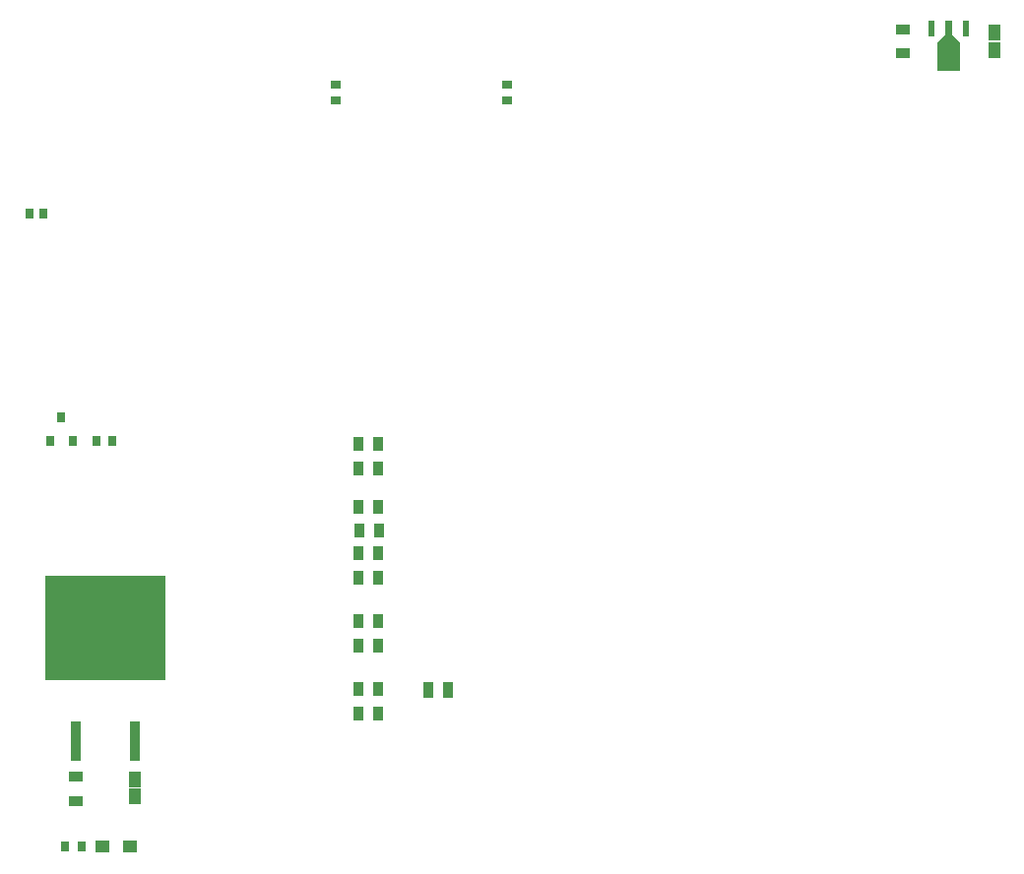
<source format=gbr>
%TF.GenerationSoftware,Altium Limited,Altium Designer,23.5.1 (21)*%
G04 Layer_Color=128*
%FSLAX45Y45*%
%MOMM*%
%TF.SameCoordinates,1DABE7A7-8C02-4A6D-B465-D2BC1E63CDE6*%
%TF.FilePolarity,Positive*%
%TF.FileFunction,Paste,Bot*%
%TF.Part,Single*%
G01*
G75*
%TA.AperFunction,SMDPad,CuDef*%
%ADD12R,0.80000X0.95000*%
%ADD21R,0.80000X0.90000*%
%ADD28R,0.90000X0.70000*%
%ADD34R,0.70000X0.90000*%
%ADD35R,1.25000X1.10000*%
%ADD100R,1.20620X0.95620*%
%ADD101R,1.01213X1.33108*%
%ADD102R,0.80650X1.30822*%
%ADD103R,0.85000X1.35000*%
%ADD104R,0.57000X1.40000*%
%ADD105C,1.80000*%
%ADD106R,0.95000X3.50000*%
%ADD107R,10.35000X9.00000*%
G36*
X14939101Y12661600D02*
X15006599Y12594100D01*
X15006599Y12369100D01*
Y12365122D01*
X15003555Y12357771D01*
X14997929Y12352145D01*
X14990578Y12349100D01*
X14822623D01*
X14815271Y12352145D01*
X14809645Y12357771D01*
X14806599Y12365122D01*
Y12369100D01*
Y12594100D01*
X14874100Y12661600D01*
Y12784100D01*
X14939101D01*
Y12661600D01*
D02*
G37*
D12*
X7580400Y9169400D02*
D03*
X7710400D02*
D03*
X7123700Y11125200D02*
D03*
X6998700D02*
D03*
D21*
X7372100Y9171000D02*
D03*
X7182100D02*
D03*
X7277100Y9371000D02*
D03*
D28*
X11112500Y12096598D02*
D03*
Y12236597D02*
D03*
X9639300D02*
D03*
Y12096598D02*
D03*
D34*
X7448700Y5676900D02*
D03*
X7308700D02*
D03*
D35*
X7629500Y5676900D02*
D03*
X7864500D02*
D03*
D100*
X7404100Y6072697D02*
D03*
Y6277697D02*
D03*
X14510201Y12707200D02*
D03*
Y12502200D02*
D03*
D101*
X7912100Y6258952D02*
D03*
Y6110848D02*
D03*
X15297600Y12530648D02*
D03*
Y12678752D02*
D03*
D102*
X9835514Y8396926D02*
D03*
X10005686D02*
D03*
X9833614Y8600126D02*
D03*
X10003786D02*
D03*
X9832994Y9144000D02*
D03*
X10003165D02*
D03*
X9832994Y6819900D02*
D03*
X10003165D02*
D03*
X9832994Y7035800D02*
D03*
X10003165D02*
D03*
X9832994Y8928100D02*
D03*
X10003165D02*
D03*
X9832994Y7988300D02*
D03*
X10003165D02*
D03*
X9832994Y8204200D02*
D03*
X10003165D02*
D03*
X9832994Y7620000D02*
D03*
X10003165D02*
D03*
X9832994Y7404100D02*
D03*
X10003165D02*
D03*
D103*
X10433100Y7023100D02*
D03*
X10598100D02*
D03*
D104*
X14756599Y12714100D02*
D03*
X15056599D02*
D03*
D105*
X14906599Y12484100D02*
D03*
D106*
X7912100Y6588600D02*
D03*
X7404100D02*
D03*
D107*
X7658100Y7563600D02*
D03*
%TF.MD5,e68d69e204cf1427c9c73ee1c1e00fc5*%
M02*

</source>
